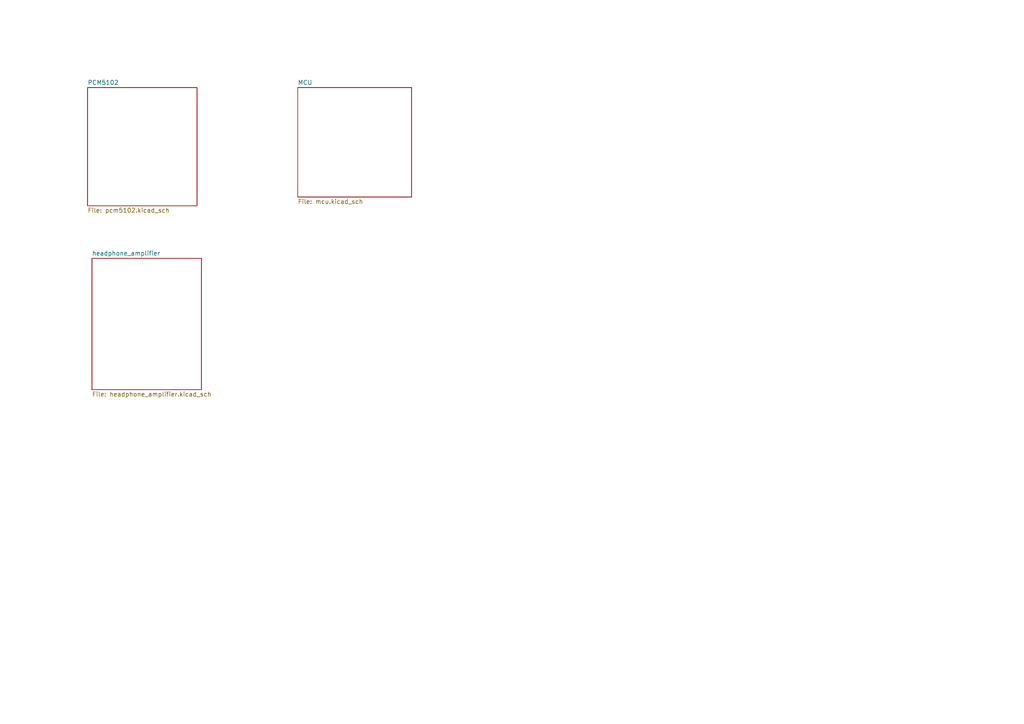
<source format=kicad_sch>
(kicad_sch
	(version 20231120)
	(generator "eeschema")
	(generator_version "8.0")
	(uuid "aeaad843-2b7c-40e9-bb1d-8d1f5e5d5206")
	(paper "A4")
	(lib_symbols)
	(sheet
		(at 26.67 74.93)
		(size 31.75 38.1)
		(fields_autoplaced yes)
		(stroke
			(width 0.1524)
			(type solid)
		)
		(fill
			(color 0 0 0 0.0000)
		)
		(uuid "73f0023b-2db5-4e36-9906-e9384dd08abf")
		(property "Sheetname" "headphone_amplifier"
			(at 26.67 74.2184 0)
			(effects
				(font
					(size 1.27 1.27)
				)
				(justify left bottom)
			)
		)
		(property "Sheetfile" "headphone_amplifier.kicad_sch"
			(at 26.67 113.6146 0)
			(effects
				(font
					(size 1.27 1.27)
				)
				(justify left top)
			)
		)
		(instances
			(project "stm32f411ceu6_pcm5102_shield"
				(path "/aeaad843-2b7c-40e9-bb1d-8d1f5e5d5206"
					(page "4")
				)
			)
		)
	)
	(sheet
		(at 86.36 25.4)
		(size 33.02 31.75)
		(fields_autoplaced yes)
		(stroke
			(width 0.1524)
			(type solid)
		)
		(fill
			(color 0 0 0 0.0000)
		)
		(uuid "850fb9da-5125-4af4-b1b4-d624ecc42efc")
		(property "Sheetname" "MCU"
			(at 86.36 24.6884 0)
			(effects
				(font
					(size 1.27 1.27)
				)
				(justify left bottom)
			)
		)
		(property "Sheetfile" "mcu.kicad_sch"
			(at 86.36 57.7346 0)
			(effects
				(font
					(size 1.27 1.27)
				)
				(justify left top)
			)
		)
		(instances
			(project "stm32f411ceu6_pcm5102_shield"
				(path "/aeaad843-2b7c-40e9-bb1d-8d1f5e5d5206"
					(page "3")
				)
			)
		)
	)
	(sheet
		(at 25.4 25.4)
		(size 31.75 34.29)
		(fields_autoplaced yes)
		(stroke
			(width 0.1524)
			(type solid)
		)
		(fill
			(color 0 0 0 0.0000)
		)
		(uuid "d6b6fe50-d30a-4f82-97da-ed188bcde249")
		(property "Sheetname" "PCM5102"
			(at 25.4 24.6884 0)
			(effects
				(font
					(size 1.27 1.27)
				)
				(justify left bottom)
			)
		)
		(property "Sheetfile" "pcm5102.kicad_sch"
			(at 25.4 60.2746 0)
			(effects
				(font
					(size 1.27 1.27)
				)
				(justify left top)
			)
		)
		(instances
			(project "stm32f411ceu6_pcm5102_shield"
				(path "/aeaad843-2b7c-40e9-bb1d-8d1f5e5d5206"
					(page "2")
				)
			)
		)
	)
	(sheet_instances
		(path "/"
			(page "1")
		)
	)
)

</source>
